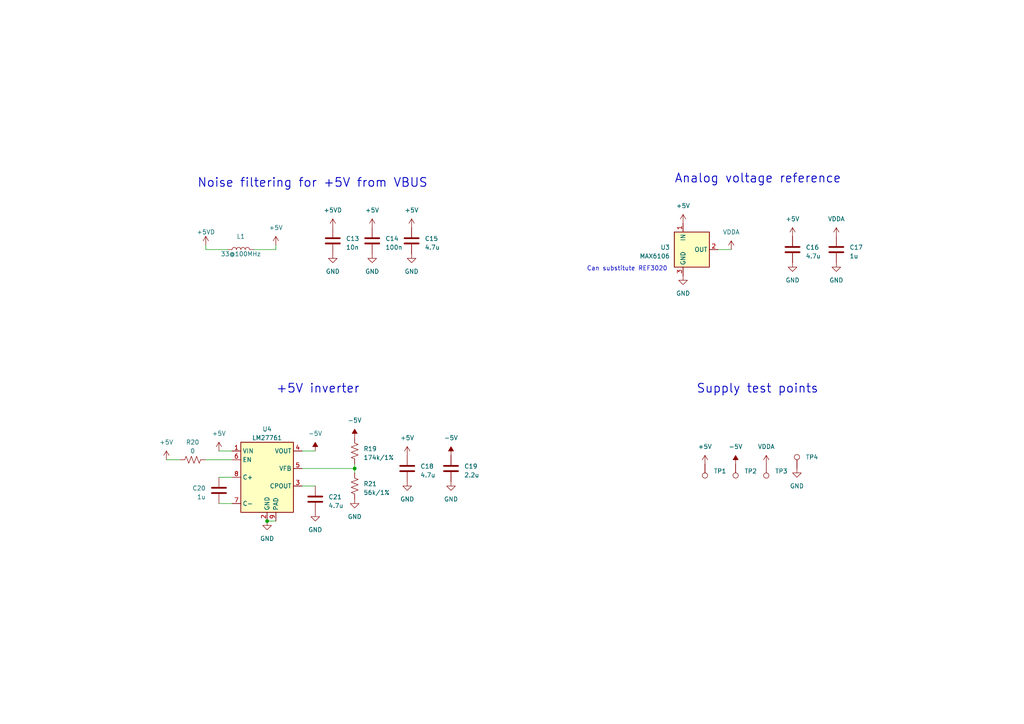
<source format=kicad_sch>
(kicad_sch (version 20230121) (generator eeschema)
  (paper "A4")
  (title_block (title "DSP PAW add-on board") (date "2023-08-19") (company "bitgloo") (comment 1 "Released under the CERN Open Hardware Licence Version 2 - Strongly Reciprocal"))
  (lib_symbols
    (symbol "Connector:TestPoint" (pin_numbers hide) (pin_names (offset 0.762) hide)
      (property "Reference" "TP" (at 0 6.858 0))
      (property "Value" "TestPoint" (at 0 5.08 0))
      (symbol "TestPoint_0_1"
        (circle (center 0 3.302) (radius 0.762))
      )
      (symbol "TestPoint_1_1"
        (pin passive line (at 0 0 90) (length 2.54) (name "1") (number "1"))
      )
    )
    (symbol "Device:C" (pin_numbers hide) (pin_names (offset 0.254))
      (property "Reference" "C" (at 0.635 2.54 0))
      (property "Value" "C" (at 0.635 -2.54 0))
      (symbol "C_0_1"
        (polyline (pts (xy -2.032 -0.762) (xy 2.032 -0.762)) (stroke (width 0.508)))
        (polyline (pts (xy -2.032 0.762) (xy 2.032 0.762)) (stroke (width 0.508)))
      )
      (symbol "C_1_1"
        (pin passive line (at 0 3.81 270) (length 2.794) (name "~") (number "1"))
        (pin passive line (at 0 -3.81 90) (length 2.794) (name "~") (number "2"))
      )
    )
    (symbol "Device:L" (pin_numbers hide) (pin_names (offset 1.016) hide)
      (property "Reference" "L" (at -1.27 0 90))
      (property "Value" "L" (at 1.905 0 90))
      (symbol "L_0_1"
        (arc (start 0 -2.54) (mid 0.6323 -1.905) (end 0 -1.27))
        (arc (start 0 -1.27) (mid 0.6323 -0.635) (end 0 0))
        (arc (start 0 0) (mid 0.6323 0.635) (end 0 1.27))
        (arc (start 0 1.27) (mid 0.6323 1.905) (end 0 2.54))
      )
      (symbol "L_1_1"
        (pin passive line (at 0 3.81 270) (length 1.27) (name "1") (number "1"))
        (pin passive line (at 0 -3.81 90) (length 1.27) (name "2") (number "2"))
      )
    )
    (symbol "Device:R_US" (pin_numbers hide) (pin_names (offset 0))
      (property "Reference" "R" (at 2.54 0 90))
      (property "Value" "R_US" (at -2.54 0 90))
      (symbol "R_US_0_1"
        (polyline (pts (xy 0 -2.286) (xy 0 -2.54)))
        (polyline (pts (xy 0 2.286) (xy 0 2.54)))
        (polyline (pts (xy 0 -0.762) (xy 1.016 -1.143) (xy 0 -1.524) (xy -1.016 -1.905) (xy 0 -2.286)))
        (polyline (pts (xy 0 0.762) (xy 1.016 0.381) (xy 0 0) (xy -1.016 -0.381) (xy 0 -0.762)))
        (polyline (pts (xy 0 2.286) (xy 1.016 1.905) (xy 0 1.524) (xy -1.016 1.143) (xy 0 0.762)))
      )
      (symbol "R_US_1_1"
        (pin passive line (at 0 3.81 270) (length 1.27) (name "~") (number "1"))
        (pin passive line (at 0 -3.81 90) (length 1.27) (name "~") (number "2"))
      )
    )
    (symbol "Reference_Voltage:MAX6106"
      (property "Reference" "U" (at 0 6.35 0))
      (property "Value" "MAX6106" (at 2.54 -6.35 0))
      (symbol "MAX6106_0_1"
        (rectangle (start -5.08 5.08) (end 5.08 -5.08) (stroke (width 0.254)) (fill (type background)))
      )
      (symbol "MAX6106_1_1"
        (pin power_in line (at -2.54 7.62 270) (length 2.54) (name "IN") (number "1"))
        (pin power_out line (at 7.62 0 180) (length 2.54) (name "OUT") (number "2"))
        (pin power_in line (at -2.54 -7.62 90) (length 2.54) (name "GND") (number "3"))
      )
    )
    (symbol "Regulator_SwitchedCapacitor:LM27761"
      (property "Reference" "U" (at -6.35 11.43 0))
      (property "Value" "LM27761" (at 3.302 11.43 0))
      (symbol "LM27761_0_1"
        (rectangle (start -7.62 10.16) (end 7.62 -10.16) (stroke (width 0.254)) (fill (type background)))
      )
      (symbol "LM27761_1_1"
        (pin power_in line (at -10.16 7.62 0) (length 2.54) (name "VIN") (number "1"))
        (pin power_in line (at 0 -12.7 90) (length 2.54) (name "GND") (number "2"))
        (pin power_out line (at 10.16 -2.54 180) (length 2.54) (name "CPOUT") (number "3"))
        (pin power_out line (at 10.16 7.62 180) (length 2.54) (name "VOUT") (number "4"))
        (pin input line (at 10.16 2.54 180) (length 2.54) (name "VFB") (number "5"))
        (pin input line (at -10.16 5.08 0) (length 2.54) (name "EN") (number "6"))
        (pin passive line (at -10.16 -7.62 0) (length 2.54) (name "C-") (number "7"))
        (pin passive line (at -10.16 0 0) (length 2.54) (name "C+") (number "8"))
        (pin power_in line (at 2.54 -12.7 90) (length 2.54) (name "PAD") (number "9"))
      )
    )
    (symbol "power:+5V" (power) (pin_names (offset 0))
      (property "Value" "+5V" (at 0 3.556 0))
      (symbol "+5V_0_1"
        (polyline (pts (xy -0.762 1.27) (xy 0 2.54)))
        (polyline (pts (xy 0 0) (xy 0 2.54)))
        (polyline (pts (xy 0 2.54) (xy 0.762 1.27)))
      )
      (symbol "+5V_1_1"
        (pin power_in line (at 0 0 90) (length 0) hide (name "+5V") (number "1"))
      )
    )
    (symbol "power:+5VD" (power) (pin_names (offset 0))
      (property "Value" "+5VD" (at 0 3.556 0))
      (symbol "+5VD_0_1"
        (polyline (pts (xy -0.762 1.27) (xy 0 2.54)))
        (polyline (pts (xy 0 0) (xy 0 2.54)))
        (polyline (pts (xy 0 2.54) (xy 0.762 1.27)))
      )
      (symbol "+5VD_1_1"
        (pin power_in line (at 0 0 90) (length 0) hide (name "+5VD") (number "1"))
      )
    )
    (symbol "power:-5V" (power) (pin_names (offset 0))
      (property "Value" "-5V" (at 0 3.81 0))
      (symbol "-5V_0_0"
        (pin power_in line (at 0 0 90) (length 0) hide (name "-5V") (number "1"))
      )
      (symbol "-5V_0_1"
        (polyline (pts (xy 0 0) (xy 0 1.27) (xy 0.762 1.27) (xy 0 2.54) (xy -0.762 1.27) (xy 0 1.27)) (fill (type outline)))
      )
    )
    (symbol "power:GND" (power) (pin_names (offset 0))
      (property "Value" "GND" (at 0 -3.81 0))
      (symbol "GND_0_1"
        (polyline (pts (xy 0 0) (xy 0 -1.27) (xy 1.27 -1.27) (xy 0 -2.54) (xy -1.27 -1.27) (xy 0 -1.27)))
      )
      (symbol "GND_1_1"
        (pin power_in line (at 0 0 270) (length 0) hide (name "GND") (number "1"))
      )
    )
    (symbol "power:VDDA" (power) (pin_names (offset 0))
      (property "Value" "VDDA" (at 0 3.81 0))
      (symbol "VDDA_0_1"
        (polyline (pts (xy -0.762 1.27) (xy 0 2.54)))
        (polyline (pts (xy 0 0) (xy 0 2.54)))
        (polyline (pts (xy 0 2.54) (xy 0.762 1.27)))
      )
      (symbol "VDDA_1_1"
        (pin power_in line (at 0 0 90) (length 0) hide (name "VDDA") (number "1"))
      )
    )
  )
  (junction (at 102.87 135.89))
  (junction (at 77.47 151.13))
  (wire (pts (xy 87.63 130.81) (xy 91.44 130.81)))
  (wire (pts (xy 59.69 71.12) (xy 59.69 72.39)))
  (wire (pts (xy 59.69 133.35) (xy 67.31 133.35)))
  (wire (pts (xy 102.87 135.89) (xy 102.87 137.16)))
  (wire (pts (xy 102.87 135.89) (xy 102.87 134.62)))
  (wire (pts (xy 48.26 133.35) (xy 52.07 133.35)))
  (wire (pts (xy 80.01 71.12) (xy 80.01 72.39)))
  (wire (pts (xy 87.63 135.89) (xy 102.87 135.89)))
  (wire (pts (xy 63.5 138.43) (xy 67.31 138.43)))
  (wire (pts (xy 63.5 130.81) (xy 67.31 130.81)))
  (wire (pts (xy 208.28 72.39) (xy 212.09 72.39)))
  (wire (pts (xy 63.5 146.05) (xy 67.31 146.05)))
  (wire (pts (xy 59.69 72.39) (xy 66.04 72.39)))
  (wire (pts (xy 87.63 140.97) (xy 91.44 140.97)))
  (wire (pts (xy 73.66 72.39) (xy 80.01 72.39)))
  (wire (pts (xy 77.47 151.13) (xy 80.01 151.13)))
  (text "Analog voltage reference" (at 195.58 53.34 0) (effects (font (size 2.54 2.54) (thickness 0.254) bold) (justify left bottom)))
  (text "+5V inverter" (at 80.01 114.3 0) (effects (font (size 2.54 2.54) (thickness 0.254) bold) (justify left bottom)))
  (text "Supply test points" (at 201.93 114.3 0) (effects (font (size 2.54 2.54) (thickness 0.254) bold) (justify left bottom)))
  (text "Can substitute REF3020" (at 170.18 78.74 0) (effects (font (size 1.27 1.27)) (justify left bottom)))
  (text "Noise filtering for +5V from VBUS" (at 57.15 54.61 0) (effects (font (size 2.54 2.54) (thickness 0.254) bold) (justify left bottom)))
  (symbol (lib_id "power:GND") (at 231.14 135.89 0) (unit 1)
    (property "Reference" "#PWR014" (effects hide))
    (property "Value" "GND" (at 231.14 140.97 0))
    (instances (project "stmdsp_rev3" (path "" (reference "#PWR014") (unit 1))) (project "DSP PAW add-on board" (path "" (reference "#PWR034") (unit 1)) (path "" (reference "#PWR040") (unit 1))))
  )
  (symbol (lib_id "power:-5V") (at 102.87 127 0) (unit 1)
    (property "Reference" "#PWR012" (effects hide))
    (property "Value" "-5V" (at 102.87 121.92 0))
    (instances (project "stmdsp_rev3" (path "" (reference "#PWR012") (unit 1))) (project "DSP PAW add-on board" (path "" (reference "#PWR032") (unit 1)) (path "" (reference "#PWR031") (unit 1))))
  )
  (symbol (lib_id "Connector:TestPoint") (at 204.47 134.62 180) (unit 1)
    (property "Reference" "TP1" (at 207.01 136.6519 0) (effects (justify right)))
    (property "Value" "TestPoint" (effects hide))
    (property "Footprint" "TestPoint:TestPoint_Pad_D1.0mm" (effects hide))
    (property "DNP" "T" (effects hide))
  )
  (symbol (lib_id "Device:C") (at 118.11 135.89 0) (unit 1)
    (property "Reference" "C18" (at 121.92 135.255 0) (effects (justify left)))
    (property "Value" "4.7u" (at 121.92 137.795 0) (effects (justify left)))
    (property "Footprint" "Capacitor_SMD:C_0603_1608Metric" (effects hide))
    (property "Part Number" "CL10A475KP8NNNC" (effects hide))
    (property "LCSC Part #" "C19666" (effects hide))
  )
  (symbol (lib_id "power:+5V") (at 63.5 130.81 0) (unit 1)
    (property "Reference" "#PWR011" (effects hide))
    (property "Value" "+5V" (at 63.5 125.73 0))
    (instances (project "stmdsp_rev3" (path "" (reference "#PWR011") (unit 1))) (project "DSP PAW add-on board" (path "" (reference "#PWR030") (unit 1)) (path "" (reference "#PWR032") (unit 1))))
  )
  (symbol (lib_id "power:+5V") (at 48.26 133.35 0) (unit 1)
    (property "Reference" "#PWR011" (effects hide))
    (property "Value" "+5V" (at 48.26 128.27 0))
    (instances (project "stmdsp_rev3" (path "" (reference "#PWR011") (unit 1))) (project "DSP PAW add-on board" (path "" (reference "#PWR030") (unit 1)) (path "" (reference "#PWR036") (unit 1))))
  )
  (symbol (lib_id "Device:C") (at 63.5 142.24 0) (mirror y) (unit 1)
    (property "Reference" "C20" (at 59.69 141.605 0) (effects (justify left)))
    (property "Value" "1u" (at 59.69 144.145 0) (effects (justify left)))
    (property "Footprint" "Capacitor_SMD:C_0603_1608Metric" (effects hide))
    (property "Part Number" "CL10B105KP8NNNC" (effects hide))
    (property "LCSC Part #" "C15849" (effects hide))
  )
  (symbol (lib_id "Connector:TestPoint") (at 231.14 135.89 0) (unit 1)
    (property "Reference" "TP4" (at 233.68 132.5879 0) (effects (justify left)))
    (property "Value" "TestPoint" (effects hide))
    (property "Footprint" "TestPoint:TestPoint_Pad_D1.0mm" (effects hide))
    (property "DNP" "T" (effects hide))
  )
  (symbol (lib_id "Device:C") (at 242.57 72.39 0) (unit 1)
    (property "Reference" "C17" (at 246.38 71.755 0) (effects (justify left)))
    (property "Value" "1u" (at 246.38 74.295 0) (effects (justify left)))
    (property "Footprint" "Capacitor_SMD:C_0603_1608Metric" (effects hide))
    (property "Part Number" "CL10B105KP8NNNC" (effects hide))
    (property "LCSC Part #" "C15849" (effects hide))
  )
  (symbol (lib_id "Reference_Voltage:MAX6106") (at 200.66 72.39 0) (unit 1)
    (property "Reference" "U3" (at 194.31 71.755 0) (effects (justify right)))
    (property "Value" "MAX6106" (at 194.31 74.295 0) (effects (justify right)))
    (property "Footprint" "Package_TO_SOT_SMD:SOT-23" (effects hide))
    (property "Datasheet" "http://datasheets.maximintegrated.com/en/ds/MAX6100-MAX6107.pdf" (effects hide))
    (property "Part Number" "REF3020AIDBZR" (effects hide))
    (property "LCSC Part #" "C26804" (effects hide))
  )
  (symbol (lib_id "power:GND") (at 119.38 73.66 0) (unit 1)
    (property "Reference" "#PWR038" (effects hide))
    (property "Value" "GND" (at 119.38 78.74 0))
    (instances (project "stmdsp_rev3" (path "" (reference "#PWR038") (unit 1))) (project "DSP PAW add-on board" (path "" (reference "#PWR060") (unit 1)) (path "" (reference "#PWR027") (unit 1))))
  )
  (symbol (lib_id "power:GND") (at 77.47 151.13 0) (unit 1)
    (property "Reference" "#PWR014" (effects hide))
    (property "Value" "GND" (at 77.47 156.21 0))
    (instances (project "stmdsp_rev3" (path "" (reference "#PWR014") (unit 1))) (project "DSP PAW add-on board" (path "" (reference "#PWR034") (unit 1)) (path "" (reference "#PWR045") (unit 1))))
  )
  (symbol (lib_id "Device:R_US") (at 102.87 130.81 0) (unit 1)
    (property "Reference" "R19" (at 105.41 130.175 0) (effects (justify left)))
    (property "Value" "174k/1%" (at 105.41 132.715 0) (effects (justify left)))
    (property "Footprint" "Resistor_SMD:R_0603_1608Metric" (effects hide))
    (property "Part Number" "RMCF0603FT174K" (effects hide))
    (property "LCSC Part #" "C482778" (effects hide))
  )
  (symbol (lib_id "Device:C") (at 91.44 144.78 0) (unit 1)
    (property "Reference" "C21" (at 95.25 144.145 0) (effects (justify left)))
    (property "Value" "4.7u" (at 95.25 146.685 0) (effects (justify left)))
    (property "Footprint" "Capacitor_SMD:C_0603_1608Metric" (effects hide))
    (property "Part Number" "CL10A475KP8NNNC" (effects hide))
    (property "LCSC Part #" "C19666" (effects hide))
  )
  (symbol (lib_id "power:VDDA") (at 222.25 134.62 0) (unit 1)
    (property "Reference" "#PWR013" (effects hide))
    (property "Value" "VDDA" (at 222.25 129.54 0))
    (instances (project "stmdsp_rev3" (path "" (reference "#PWR013") (unit 1))) (project "DSP PAW add-on board" (path "" (reference "#PWR033") (unit 1)) (path "" (reference "#PWR039") (unit 1))))
  )
  (symbol (lib_id "Connector:TestPoint") (at 213.36 134.62 180) (unit 1)
    (property "Reference" "TP2" (at 215.9 136.6519 0) (effects (justify right)))
    (property "Value" "TestPoint" (effects hide))
    (property "Footprint" "TestPoint:TestPoint_Pad_D1.0mm" (effects hide))
    (property "DNP" "T" (effects hide))
  )
  (symbol (lib_id "Device:C") (at 130.81 135.89 0) (unit 1)
    (property "Reference" "C19" (at 134.62 135.255 0) (effects (justify left)))
    (property "Value" "2.2u" (at 134.62 137.795 0) (effects (justify left)))
    (property "Footprint" "Capacitor_SMD:C_0603_1608Metric" (effects hide))
    (property "Part Number" "CL10B225KP8NNNC" (effects hide))
    (property "LCSC Part #" "C23630" (effects hide))
  )
  (symbol (lib_id "power:+5V") (at 80.01 71.12 0) (unit 1)
    (property "Reference" "#PWR033" (effects hide))
    (property "Value" "+5V" (at 80.01 66.04 0))
    (instances (project "stmdsp_rev3" (path "" (reference "#PWR033") (unit 1))) (project "DSP PAW add-on board" (path "" (reference "#PWR045") (unit 1)) (path "" (reference "#PWR023") (unit 1))))
  )
  (symbol (lib_id "power:GND") (at 96.52 73.66 0) (unit 1)
    (property "Reference" "#PWR038" (effects hide))
    (property "Value" "GND" (at 96.52 78.74 0))
    (instances (project "stmdsp_rev3" (path "" (reference "#PWR038") (unit 1))) (project "DSP PAW add-on board" (path "" (reference "#PWR058") (unit 1)) (path "" (reference "#PWR025") (unit 1))))
  )
  (symbol (lib_id "power:+5V") (at 229.87 68.58 0) (unit 1)
    (property "Reference" "#PWR011" (effects hide))
    (property "Value" "+5V" (at 229.87 63.5 0))
    (instances (project "stmdsp_rev3" (path "" (reference "#PWR011") (unit 1))) (project "DSP PAW add-on board" (path "" (reference "#PWR030") (unit 1)) (path "" (reference "#PWR020") (unit 1))))
  )
  (symbol (lib_id "Device:R_US") (at 55.88 133.35 90) (unit 1)
    (property "Reference" "R20" (at 55.88 128.27 90))
    (property "Value" "0" (at 55.88 130.81 90))
    (property "Footprint" "Resistor_SMD:R_0603_1608Metric" (effects hide))
    (property "Part Number" "RMCF0603ZT0R00" (effects hide))
    (property "LCSC Part #" "C21189" (effects hide))
  )
  (symbol (lib_id "power:+5V") (at 118.11 132.08 0) (unit 1)
    (property "Reference" "#PWR011" (effects hide))
    (property "Value" "+5V" (at 118.11 127 0))
    (instances (project "stmdsp_rev3" (path "" (reference "#PWR011") (unit 1))) (project "DSP PAW add-on board" (path "" (reference "#PWR030") (unit 1)) (path "" (reference "#PWR034") (unit 1))))
  )
  (symbol (lib_id "Device:C") (at 229.87 72.39 0) (unit 1)
    (property "Reference" "C16" (at 233.68 71.755 0) (effects (justify left)))
    (property "Value" "4.7u" (at 233.68 74.295 0) (effects (justify left)))
    (property "Footprint" "Capacitor_SMD:C_0603_1608Metric" (effects hide))
    (property "Part Number" "CL10A475KP8NNNC" (effects hide))
    (property "LCSC Part #" "C19666" (effects hide))
  )
  (symbol (lib_id "power:VDDA") (at 212.09 72.39 0) (unit 1)
    (property "Reference" "#PWR013" (effects hide))
    (property "Value" "VDDA" (at 212.09 67.31 0))
    (instances (project "stmdsp_rev3" (path "" (reference "#PWR013") (unit 1))) (project "DSP PAW add-on board" (path "" (reference "#PWR033") (unit 1)) (path "" (reference "#PWR024") (unit 1))))
  )
  (symbol (lib_id "Connector:TestPoint") (at 222.25 134.62 180) (unit 1)
    (property "Reference" "TP3" (at 224.79 136.6519 0) (effects (justify right)))
    (property "Value" "TestPoint" (effects hide))
    (property "Footprint" "TestPoint:TestPoint_Pad_D1.0mm" (effects hide))
    (property "DNP" "T" (effects hide))
  )
  (symbol (lib_id "Device:C") (at 119.38 69.85 0) (unit 1)
    (property "Reference" "C15" (at 123.19 69.215 0) (effects (justify left)))
    (property "Value" "4.7u" (at 123.19 71.755 0) (effects (justify left)))
    (property "Footprint" "Capacitor_SMD:C_0603_1608Metric" (effects hide))
    (property "Part Number" "CL10A475KP8NNNC" (effects hide))
    (property "LCSC Part #" "C19666" (effects hide))
  )
  (symbol (lib_id "Device:R_US") (at 102.87 140.97 0) (unit 1)
    (property "Reference" "R21" (at 105.41 140.335 0) (effects (justify left)))
    (property "Value" "56k/1%" (at 105.41 142.875 0) (effects (justify left)))
    (property "Footprint" "Resistor_SMD:R_0603_1608Metric" (effects hide))
    (property "Part Number" "RMCF0603FT56K0" (effects hide))
    (property "LCSC Part #" "C5140721" (effects hide))
  )
  (symbol (lib_id "Device:C") (at 107.95 69.85 0) (unit 1)
    (property "Reference" "C14" (at 111.76 69.215 0) (effects (justify left)))
    (property "Value" "100n" (at 111.76 71.755 0) (effects (justify left)))
    (property "Footprint" "Capacitor_SMD:C_0603_1608Metric" (effects hide))
    (property "Part Number" "CL10B104KB8NNWC" (effects hide))
    (property "LCSC Part #" "C14663" (effects hide))
  )
  (symbol (lib_id "Regulator_SwitchedCapacitor:LM27761") (at 77.47 138.43 0) (unit 1)
    (property "Reference" "U4" (at 77.47 124.46 0))
    (property "Value" "LM27761" (at 77.47 127 0))
    (property "Footprint" "Package_SON:WSON-8-1EP_2x2mm_P0.5mm_EP0.9x1.6mm" (effects hide))
    (property "Datasheet" "http://www.ti.com/lit/ds/symlink/lm27761.pdf" (effects hide))
    (property "Part Number" "LM27761DSGR" (effects hide))
    (property "LCSC Part #" "C129351" (effects hide))
  )
  (symbol (lib_id "power:-5V") (at 130.81 132.08 0) (unit 1)
    (property "Reference" "#PWR012" (effects hide))
    (property "Value" "-5V" (at 130.81 127 0))
    (instances (project "stmdsp_rev3" (path "" (reference "#PWR012") (unit 1))) (project "DSP PAW add-on board" (path "" (reference "#PWR032") (unit 1)) (path "" (reference "#PWR035") (unit 1))))
  )
  (symbol (lib_id "power:+5V") (at 119.38 66.04 0) (unit 1)
    (property "Reference" "#PWR033" (effects hide))
    (property "Value" "+5V" (at 119.38 60.96 0))
    (instances (project "stmdsp_rev3" (path "" (reference "#PWR033") (unit 1))) (project "DSP PAW add-on board" (path "" (reference "#PWR063") (unit 1)) (path "" (reference "#PWR019") (unit 1))))
  )
  (symbol (lib_id "power:GND") (at 91.44 148.59 0) (unit 1)
    (property "Reference" "#PWR014" (effects hide))
    (property "Value" "GND" (at 91.44 153.67 0))
    (instances (project "stmdsp_rev3" (path "" (reference "#PWR014") (unit 1))) (project "DSP PAW add-on board" (path "" (reference "#PWR034") (unit 1)) (path "" (reference "#PWR044") (unit 1))))
  )
  (symbol (lib_id "power:GND") (at 130.81 139.7 0) (unit 1)
    (property "Reference" "#PWR014" (effects hide))
    (property "Value" "GND" (at 130.81 144.78 0))
    (instances (project "stmdsp_rev3" (path "" (reference "#PWR014") (unit 1))) (project "DSP PAW add-on board" (path "" (reference "#PWR034") (unit 1)) (path "" (reference "#PWR042") (unit 1))))
  )
  (symbol (lib_id "power:+5VD") (at 96.52 66.04 0) (unit 1)
    (property "Reference" "#PWR017" (effects hide))
    (property "Value" "+5VD" (at 96.52 60.96 0))
  )
  (symbol (lib_id "power:+5V") (at 198.12 64.77 0) (unit 1)
    (property "Reference" "#PWR011" (effects hide))
    (property "Value" "+5V" (at 198.12 59.69 0))
    (instances (project "stmdsp_rev3" (path "" (reference "#PWR011") (unit 1))) (project "DSP PAW add-on board" (path "" (reference "#PWR030") (unit 1)) (path "" (reference "#PWR016") (unit 1))))
  )
  (symbol (lib_id "power:GND") (at 198.12 80.01 0) (unit 1)
    (property "Reference" "#PWR014" (effects hide))
    (property "Value" "GND" (at 198.12 85.09 0))
    (instances (project "stmdsp_rev3" (path "" (reference "#PWR014") (unit 1))) (project "DSP PAW add-on board" (path "" (reference "#PWR034") (unit 1)) (path "" (reference "#PWR030") (unit 1))))
  )
  (symbol (lib_id "power:+5VD") (at 59.69 71.12 0) (unit 1)
    (property "Reference" "#PWR022" (effects hide))
    (property "Value" "+5VD" (at 59.69 67.31 0))
  )
  (symbol (lib_id "power:+5V") (at 204.47 134.62 0) (unit 1)
    (property "Reference" "#PWR011" (effects hide))
    (property "Value" "+5V" (at 204.47 129.54 0))
    (instances (project "stmdsp_rev3" (path "" (reference "#PWR011") (unit 1))) (project "DSP PAW add-on board" (path "" (reference "#PWR030") (unit 1)) (path "" (reference "#PWR037") (unit 1))))
  )
  (symbol (lib_id "power:GND") (at 102.87 144.78 0) (unit 1)
    (property "Reference" "#PWR014" (effects hide))
    (property "Value" "GND" (at 102.87 149.86 0))
    (instances (project "stmdsp_rev3" (path "" (reference "#PWR014") (unit 1))) (project "DSP PAW add-on board" (path "" (reference "#PWR034") (unit 1)) (path "" (reference "#PWR043") (unit 1))))
  )
  (symbol (lib_id "power:GND") (at 118.11 139.7 0) (unit 1)
    (property "Reference" "#PWR014" (effects hide))
    (property "Value" "GND" (at 118.11 144.78 0))
    (instances (project "stmdsp_rev3" (path "" (reference "#PWR014") (unit 1))) (project "DSP PAW add-on board" (path "" (reference "#PWR034") (unit 1)) (path "" (reference "#PWR041") (unit 1))))
  )
  (symbol (lib_id "power:GND") (at 242.57 76.2 0) (unit 1)
    (property "Reference" "#PWR014" (effects hide))
    (property "Value" "GND" (at 242.57 81.28 0))
    (instances (project "stmdsp_rev3" (path "" (reference "#PWR014") (unit 1))) (project "DSP PAW add-on board" (path "" (reference "#PWR034") (unit 1)) (path "" (reference "#PWR029") (unit 1))))
  )
  (symbol (lib_id "Device:L") (at 69.85 72.39 90) (unit 1)
    (property "Reference" "L1" (at 69.85 68.58 90))
    (property "Value" "33@100MHz" (at 69.85 73.66 90))
    (property "Footprint" "Inductor_SMD:L_0603_1608Metric" (effects hide))
    (property "Part Number" "BLM18PG330SN1D" (effects hide))
    (property "LCSC Part #" "C88984" (effects hide))
  )
  (symbol (lib_id "power:VDDA") (at 242.57 68.58 0) (unit 1)
    (property "Reference" "#PWR013" (effects hide))
    (property "Value" "VDDA" (at 242.57 63.5 0))
    (instances (project "stmdsp_rev3" (path "" (reference "#PWR013") (unit 1))) (project "DSP PAW add-on board" (path "" (reference "#PWR033") (unit 1)) (path "" (reference "#PWR021") (unit 1))))
  )
  (symbol (lib_id "power:-5V") (at 91.44 130.81 0) (unit 1)
    (property "Reference" "#PWR012" (effects hide))
    (property "Value" "-5V" (at 91.44 125.73 0))
    (instances (project "stmdsp_rev3" (path "" (reference "#PWR012") (unit 1))) (project "DSP PAW add-on board" (path "" (reference "#PWR032") (unit 1)) (path "" (reference "#PWR033") (unit 1))))
  )
  (symbol (lib_id "power:+5V") (at 107.95 66.04 0) (unit 1)
    (property "Reference" "#PWR033" (effects hide))
    (property "Value" "+5V" (at 107.95 60.96 0))
    (instances (project "stmdsp_rev3" (path "" (reference "#PWR033") (unit 1))) (project "DSP PAW add-on board" (path "" (reference "#PWR062") (unit 1)) (path "" (reference "#PWR018") (unit 1))))
  )
  (symbol (lib_id "Device:C") (at 96.52 69.85 0) (unit 1)
    (property "Reference" "C13" (at 100.33 69.215 0) (effects (justify left)))
    (property "Value" "10n" (at 100.33 71.755 0) (effects (justify left)))
    (property "Footprint" "Capacitor_SMD:C_0603_1608Metric" (effects hide))
    (property "Part Number" "CC0603KRX7R9BB103" (effects hide))
    (property "LCSC Part #" "C57112" (effects hide))
  )
  (symbol (lib_id "power:-5V") (at 213.36 134.62 0) (unit 1)
    (property "Reference" "#PWR012" (effects hide))
    (property "Value" "-5V" (at 213.36 129.54 0))
    (instances (project "stmdsp_rev3" (path "" (reference "#PWR012") (unit 1))) (project "DSP PAW add-on board" (path "" (reference "#PWR032") (unit 1)) (path "" (reference "#PWR038") (unit 1))))
  )
  (symbol (lib_id "power:GND") (at 229.87 76.2 0) (unit 1)
    (property "Reference" "#PWR014" (effects hide))
    (property "Value" "GND" (at 229.87 81.28 0))
    (instances (project "stmdsp_rev3" (path "" (reference "#PWR014") (unit 1))) (project "DSP PAW add-on board" (path "" (reference "#PWR034") (unit 1)) (path "" (reference "#PWR028") (unit 1))))
  )
  (symbol (lib_id "power:GND") (at 107.95 73.66 0) (unit 1)
    (property "Reference" "#PWR038" (effects hide))
    (property "Value" "GND" (at 107.95 78.74 0))
    (instances (project "stmdsp_rev3" (path "" (reference "#PWR038") (unit 1))) (project "DSP PAW add-on board" (path "" (reference "#PWR059") (unit 1)) (path "" (reference "#PWR026") (unit 1))))
  )
)
</source>
